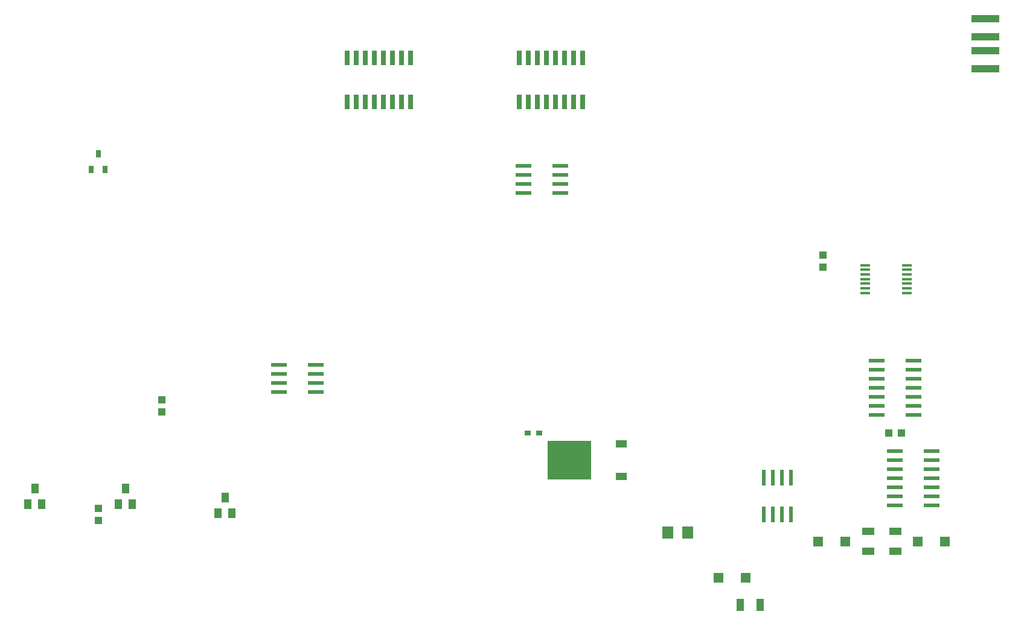
<source format=gbr>
G04 EAGLE Gerber RS-274X export*
G75*
%MOMM*%
%FSLAX34Y34*%
%LPD*%
%INSolderpaste Bottom*%
%IPPOS*%
%AMOC8*
5,1,8,0,0,1.08239X$1,22.5*%
G01*
%ADD10R,1.000000X1.100000*%
%ADD11R,2.200000X0.600000*%
%ADD12R,1.450000X0.450000*%
%ADD13R,1.800000X1.000000*%
%ADD14R,1.000000X1.800000*%
%ADD15R,1.400000X1.400000*%
%ADD16R,0.660400X2.032000*%
%ADD17R,0.700000X1.000000*%
%ADD18R,6.200000X5.400000*%
%ADD19R,1.600000X1.000000*%
%ADD20R,0.850000X0.700000*%
%ADD21R,1.600000X1.803000*%
%ADD22R,1.000000X1.400000*%
%ADD23R,4.000000X1.120000*%
%ADD24R,0.600000X2.200000*%


D10*
X1490100Y342900D03*
X1507100Y342900D03*
D11*
X977300Y692150D03*
X1029300Y692150D03*
X977300Y679450D03*
X977300Y704850D03*
X977300Y717550D03*
X1029300Y679450D03*
X1029300Y704850D03*
X1029300Y717550D03*
D12*
X1456650Y539300D03*
X1456650Y545800D03*
X1456650Y552300D03*
X1456650Y558800D03*
X1456650Y565300D03*
X1456650Y571800D03*
X1456650Y578300D03*
X1515150Y578300D03*
X1515150Y571800D03*
X1515150Y565300D03*
X1515150Y558800D03*
X1515150Y552300D03*
X1515150Y545800D03*
X1515150Y539300D03*
D13*
X1460500Y204500D03*
X1460500Y176500D03*
D14*
X1281400Y101600D03*
X1309400Y101600D03*
D15*
X1428700Y190500D03*
X1390700Y190500D03*
X1289000Y139700D03*
X1251000Y139700D03*
D13*
X1498600Y204500D03*
X1498600Y176500D03*
D15*
X1530400Y190500D03*
X1568400Y190500D03*
D10*
X1397000Y592700D03*
X1397000Y575700D03*
D16*
X1060450Y807466D03*
X1060450Y868934D03*
X1047750Y807466D03*
X1035050Y807466D03*
X1047750Y868934D03*
X1035050Y868934D03*
X1022350Y807466D03*
X1022350Y868934D03*
X1009650Y807466D03*
X1009650Y868934D03*
X996950Y807466D03*
X984250Y807466D03*
X996950Y868934D03*
X984250Y868934D03*
X971550Y807466D03*
X971550Y868934D03*
X819150Y807466D03*
X819150Y868934D03*
X806450Y807466D03*
X793750Y807466D03*
X806450Y868934D03*
X793750Y868934D03*
X781050Y807466D03*
X781050Y868934D03*
X768350Y807466D03*
X768350Y868934D03*
X755650Y807466D03*
X742950Y807466D03*
X755650Y868934D03*
X742950Y868934D03*
X730250Y807466D03*
X730250Y868934D03*
D11*
X1524600Y431800D03*
X1472600Y431800D03*
X1524600Y444500D03*
X1524600Y419100D03*
X1524600Y406400D03*
X1472600Y444500D03*
X1472600Y419100D03*
X1472600Y406400D03*
X1524600Y381000D03*
X1472600Y381000D03*
X1524600Y393700D03*
X1524600Y368300D03*
X1472600Y393700D03*
X1472600Y368300D03*
D17*
X381000Y734900D03*
X371500Y712900D03*
X390500Y712900D03*
D10*
X469900Y389500D03*
X469900Y372500D03*
X381000Y237100D03*
X381000Y220100D03*
D18*
X1041800Y304800D03*
D19*
X1114800Y327600D03*
X1114800Y282000D03*
D20*
X999600Y342900D03*
X983600Y342900D03*
D21*
X1208020Y203200D03*
X1179580Y203200D03*
D11*
X1498000Y254000D03*
X1550000Y254000D03*
X1498000Y241300D03*
X1498000Y266700D03*
X1498000Y279400D03*
X1550000Y241300D03*
X1550000Y266700D03*
X1550000Y279400D03*
X1498000Y304800D03*
X1550000Y304800D03*
X1498000Y292100D03*
X1498000Y317500D03*
X1550000Y292100D03*
X1550000Y317500D03*
X634400Y412750D03*
X686400Y412750D03*
X634400Y400050D03*
X634400Y425450D03*
X634400Y438150D03*
X686400Y400050D03*
X686400Y425450D03*
X686400Y438150D03*
D22*
X292100Y265000D03*
X282600Y243000D03*
X301600Y243000D03*
X419100Y265000D03*
X409600Y243000D03*
X428600Y243000D03*
X558800Y252300D03*
X549300Y230300D03*
X568300Y230300D03*
D23*
X1625300Y899000D03*
X1625300Y879000D03*
X1625300Y924000D03*
X1625300Y854000D03*
D24*
X1339850Y228000D03*
X1339850Y280000D03*
X1352550Y228000D03*
X1327150Y228000D03*
X1314450Y228000D03*
X1352550Y280000D03*
X1327150Y280000D03*
X1314450Y280000D03*
M02*

</source>
